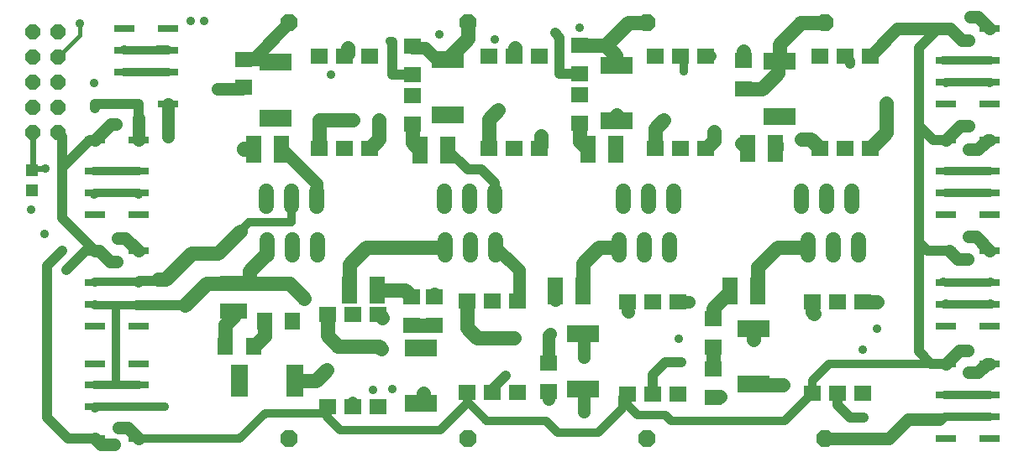
<source format=gtl>
G75*
%MOIN*%
%OFA0B0*%
%FSLAX25Y25*%
%IPPOS*%
%LPD*%
%AMOC8*
5,1,8,0,0,1.08239X$1,22.5*
%
%ADD10R,0.07008X0.05984*%
%ADD11C,0.05937*%
%ADD12R,0.06299X0.10630*%
%ADD13R,0.12598X0.07087*%
%ADD14R,0.10630X0.06299*%
%ADD15R,0.07098X0.06299*%
%ADD16R,0.07087X0.12598*%
%ADD17R,0.06299X0.07098*%
%ADD18OC8,0.06909*%
%ADD19OC8,0.06000*%
%ADD20R,0.04724X0.04724*%
%ADD21R,0.07874X0.03150*%
%ADD22C,0.03569*%
%ADD23C,0.05000*%
%ADD24C,0.03200*%
%ADD25C,0.04000*%
%ADD26C,0.01600*%
%ADD27C,0.05600*%
%ADD28C,0.02400*%
D10*
X0125047Y0029523D03*
X0135047Y0029523D03*
X0145047Y0029523D03*
X0180441Y0035035D03*
X0190441Y0035035D03*
X0200441Y0035035D03*
X0244102Y0034641D03*
X0254102Y0034641D03*
X0264102Y0034641D03*
X0317409Y0034760D03*
X0327409Y0034760D03*
X0337409Y0034760D03*
X0337409Y0071334D03*
X0327409Y0071334D03*
X0317409Y0071334D03*
X0264102Y0071216D03*
X0254102Y0071216D03*
X0244102Y0071216D03*
X0200441Y0071610D03*
X0190441Y0071610D03*
X0180441Y0071610D03*
X0145047Y0066098D03*
X0135047Y0066098D03*
X0125047Y0066098D03*
X0122016Y0132240D03*
X0132016Y0132240D03*
X0142016Y0132240D03*
X0189063Y0132240D03*
X0199063Y0132240D03*
X0209063Y0132240D03*
X0255323Y0132240D03*
X0265323Y0132240D03*
X0275323Y0132240D03*
X0320402Y0132240D03*
X0330402Y0132240D03*
X0340402Y0132240D03*
X0340402Y0168815D03*
X0330402Y0168815D03*
X0320402Y0168815D03*
X0275323Y0168815D03*
X0265323Y0168815D03*
X0255323Y0168815D03*
X0209063Y0168815D03*
X0199063Y0168815D03*
X0189063Y0168815D03*
X0142016Y0168815D03*
X0132016Y0168815D03*
X0122016Y0168815D03*
D11*
X0120756Y0115189D02*
X0120756Y0109252D01*
X0110756Y0109252D02*
X0110756Y0115189D01*
X0100756Y0115189D02*
X0100756Y0109252D01*
X0101150Y0095897D02*
X0101150Y0089960D01*
X0111150Y0089960D02*
X0111150Y0095897D01*
X0121150Y0095897D02*
X0121150Y0089960D01*
X0172016Y0089960D02*
X0172016Y0095897D01*
X0182016Y0095897D02*
X0182016Y0089960D01*
X0192016Y0089960D02*
X0192016Y0095897D01*
X0191622Y0109252D02*
X0191622Y0115189D01*
X0181622Y0115189D02*
X0181622Y0109252D01*
X0171622Y0109252D02*
X0171622Y0115189D01*
X0240913Y0095897D02*
X0240913Y0089960D01*
X0250913Y0089960D02*
X0250913Y0095897D01*
X0260913Y0095897D02*
X0260913Y0089960D01*
X0262488Y0109252D02*
X0262488Y0115189D01*
X0252488Y0115189D02*
X0252488Y0109252D01*
X0242488Y0109252D02*
X0242488Y0115189D01*
X0313354Y0115189D02*
X0313354Y0109252D01*
X0323354Y0109252D02*
X0323354Y0115189D01*
X0333354Y0115189D02*
X0333354Y0109252D01*
X0335717Y0095897D02*
X0335717Y0089960D01*
X0325717Y0089960D02*
X0325717Y0095897D01*
X0315717Y0095897D02*
X0315717Y0089960D01*
D12*
X0295953Y0075449D03*
X0284929Y0075449D03*
X0226622Y0075449D03*
X0215598Y0075449D03*
X0144811Y0075764D03*
X0133787Y0075764D03*
X0106780Y0131748D03*
X0095756Y0131748D03*
X0161937Y0131354D03*
X0172961Y0131354D03*
X0228551Y0131748D03*
X0239575Y0131748D03*
X0291898Y0132141D03*
X0302921Y0132141D03*
D13*
X0304457Y0144701D03*
X0304457Y0166748D03*
X0239890Y0165173D03*
X0239890Y0143126D03*
X0172961Y0145488D03*
X0172961Y0167535D03*
X0104457Y0166354D03*
X0104457Y0144307D03*
X0226504Y0058480D03*
X0226504Y0036433D03*
X0162213Y0030764D03*
X0162213Y0052811D03*
X0294220Y0060449D03*
X0294220Y0038401D03*
D14*
X0087882Y0067378D03*
X0087882Y0078401D03*
D15*
X0158394Y0073134D03*
X0167449Y0073134D03*
X0167449Y0061937D03*
X0158394Y0061937D03*
X0212724Y0046756D03*
X0212724Y0035559D03*
X0278079Y0033197D03*
X0278079Y0044393D03*
X0278079Y0053275D03*
X0278079Y0064472D03*
X0225323Y0142252D03*
X0225323Y0153449D03*
X0225323Y0161937D03*
X0225323Y0173134D03*
X0158787Y0172740D03*
X0158787Y0161543D03*
X0158787Y0153055D03*
X0158787Y0141858D03*
X0091858Y0156425D03*
X0091858Y0167622D03*
X0290087Y0167130D03*
X0290087Y0155933D03*
D16*
X0112331Y0039976D03*
X0090283Y0039976D03*
D17*
X0084685Y0053362D03*
X0095882Y0053362D03*
X0100039Y0063598D03*
X0111236Y0063598D03*
D18*
X0109969Y0016748D03*
X0180835Y0016748D03*
X0251701Y0016748D03*
X0322567Y0016748D03*
X0322567Y0182102D03*
X0251701Y0182102D03*
X0180835Y0182102D03*
X0109969Y0182102D03*
D19*
X0018118Y0178480D03*
X0008118Y0178480D03*
X0008118Y0168480D03*
X0018118Y0168480D03*
X0018118Y0158480D03*
X0008118Y0158480D03*
X0008118Y0148480D03*
X0018118Y0148480D03*
X0018118Y0138480D03*
X0008118Y0138480D03*
D20*
X0008000Y0123638D03*
X0008000Y0115370D03*
D21*
X0032803Y0114386D03*
X0032803Y0123047D03*
X0050126Y0123047D03*
X0050126Y0114386D03*
X0050126Y0105724D03*
X0032803Y0105724D03*
X0032803Y0091551D03*
X0050126Y0091551D03*
X0050126Y0078952D03*
X0050126Y0070291D03*
X0050126Y0061630D03*
X0032803Y0061630D03*
X0032803Y0070291D03*
X0032803Y0078952D03*
X0032803Y0046669D03*
X0032803Y0038008D03*
X0032803Y0029346D03*
X0050126Y0029346D03*
X0050126Y0038008D03*
X0050126Y0046669D03*
X0050126Y0016748D03*
X0032803Y0016748D03*
X0032803Y0135645D03*
X0050126Y0135645D03*
X0044614Y0149819D03*
X0061937Y0149819D03*
X0061937Y0162417D03*
X0044614Y0162417D03*
X0044614Y0171078D03*
X0044614Y0179740D03*
X0061937Y0179740D03*
X0061937Y0171078D03*
X0370598Y0167141D03*
X0387921Y0167141D03*
X0387921Y0158480D03*
X0387921Y0149819D03*
X0370598Y0149819D03*
X0370598Y0158480D03*
X0370598Y0179740D03*
X0387921Y0179740D03*
X0387921Y0135645D03*
X0370598Y0135645D03*
X0370598Y0123047D03*
X0370598Y0114386D03*
X0387921Y0114386D03*
X0387921Y0123047D03*
X0387921Y0105724D03*
X0370598Y0105724D03*
X0370598Y0091551D03*
X0387921Y0091551D03*
X0387921Y0078952D03*
X0387921Y0070291D03*
X0387921Y0061630D03*
X0370598Y0061630D03*
X0370598Y0070291D03*
X0370598Y0078952D03*
X0370598Y0046669D03*
X0387921Y0046669D03*
X0387921Y0034071D03*
X0387921Y0025409D03*
X0387921Y0016748D03*
X0370598Y0016748D03*
X0370598Y0025409D03*
X0370598Y0034071D03*
D22*
X0370205Y0034071D03*
X0370205Y0025409D03*
X0387921Y0025409D03*
X0387921Y0034071D03*
X0379654Y0043126D03*
X0379260Y0051787D03*
X0388512Y0070291D03*
X0388118Y0079149D03*
X0379260Y0088008D03*
X0379654Y0097063D03*
X0387921Y0114386D03*
X0387921Y0123047D03*
X0379654Y0131708D03*
X0370598Y0123047D03*
X0370598Y0114386D03*
X0379654Y0141157D03*
X0388118Y0158382D03*
X0388118Y0167240D03*
X0379654Y0175015D03*
X0380047Y0184464D03*
X0369614Y0167240D03*
X0370402Y0158382D03*
X0346780Y0150015D03*
X0332409Y0165960D03*
X0341858Y0168716D03*
X0306819Y0145094D03*
X0313315Y0135744D03*
X0303276Y0133874D03*
X0289693Y0134267D03*
X0278374Y0138697D03*
X0258689Y0143618D03*
X0239988Y0145586D03*
X0225224Y0153460D03*
X0209161Y0168716D03*
X0199634Y0172161D03*
X0191465Y0175409D03*
X0169417Y0177378D03*
X0149929Y0174819D03*
X0142646Y0168323D03*
X0133197Y0172161D03*
X0126504Y0161630D03*
X0135165Y0143618D03*
X0145500Y0143618D03*
X0158787Y0153460D03*
X0171583Y0145586D03*
X0192744Y0147555D03*
X0209969Y0137220D03*
X0239496Y0131807D03*
X0266661Y0162811D03*
X0277685Y0168716D03*
X0290185Y0170685D03*
X0225323Y0180134D03*
X0215382Y0178067D03*
X0104654Y0144110D03*
X0091858Y0132299D03*
X0061937Y0136827D03*
X0050126Y0144307D03*
X0041071Y0141945D03*
X0032803Y0148244D03*
X0032409Y0158086D03*
X0044614Y0162417D03*
X0061937Y0162417D03*
X0058000Y0171472D03*
X0044614Y0171472D03*
X0026898Y0181708D03*
X0070992Y0182889D03*
X0076110Y0182889D03*
X0081622Y0155724D03*
X0050126Y0123047D03*
X0050126Y0113992D03*
X0032409Y0113992D03*
X0032409Y0123047D03*
X0013118Y0124228D03*
X0008000Y0115173D03*
X0007606Y0107693D03*
X0012724Y0098244D03*
X0019811Y0091551D03*
X0021386Y0083677D03*
X0032803Y0079149D03*
X0032803Y0069799D03*
X0050028Y0069799D03*
X0050028Y0079149D03*
X0041465Y0087220D03*
X0041858Y0096669D03*
X0111051Y0063401D03*
X0115972Y0072653D03*
X0146976Y0064878D03*
X0167646Y0074228D03*
X0201110Y0077279D03*
X0215382Y0072260D03*
X0213413Y0058480D03*
X0199142Y0057004D03*
X0226701Y0049130D03*
X0195697Y0041748D03*
X0212724Y0032496D03*
X0226701Y0027476D03*
X0265579Y0047161D03*
X0264693Y0056512D03*
X0244417Y0067338D03*
X0268531Y0071275D03*
X0294122Y0056019D03*
X0318236Y0066354D03*
X0343039Y0060449D03*
X0337528Y0052181D03*
X0305933Y0038303D03*
X0280835Y0033382D03*
X0337921Y0025015D03*
X0370008Y0070291D03*
X0369614Y0079149D03*
X0343335Y0071275D03*
X0163217Y0034858D03*
X0150913Y0036433D03*
X0143039Y0036039D03*
X0135165Y0031413D03*
X0124831Y0044208D03*
X0146484Y0052575D03*
X0162213Y0052594D03*
X0162232Y0052575D03*
X0090382Y0042043D03*
X0060657Y0029346D03*
X0050028Y0038303D03*
X0032803Y0038303D03*
X0032803Y0028952D03*
X0042252Y0021078D03*
X0040677Y0014386D03*
D23*
X0035165Y0014386D01*
X0032803Y0016748D01*
X0042252Y0021078D02*
X0045795Y0021078D01*
X0050126Y0016748D01*
X0162213Y0052594D02*
X0162213Y0052811D01*
X0162213Y0052594D02*
X0162232Y0052575D01*
X0200441Y0071610D02*
X0201110Y0072279D01*
X0201110Y0077279D01*
X0201110Y0083834D01*
X0192016Y0092929D01*
X0244102Y0071216D02*
X0244102Y0067653D01*
X0244417Y0067338D01*
X0226701Y0058283D02*
X0226701Y0049130D01*
X0226701Y0058283D02*
X0226504Y0058480D01*
X0213413Y0058480D02*
X0212724Y0057791D01*
X0212724Y0046756D01*
X0212724Y0035559D02*
X0212724Y0032496D01*
X0226504Y0036433D02*
X0226701Y0036236D01*
X0226701Y0027476D01*
X0264102Y0071216D02*
X0268098Y0071275D01*
X0268531Y0071275D01*
X0347764Y0016748D02*
X0355638Y0024622D01*
X0367843Y0024622D01*
X0347764Y0016748D02*
X0322567Y0016748D01*
X0370598Y0046669D02*
X0375717Y0051787D01*
X0379260Y0051787D01*
X0386740Y0046669D02*
X0387921Y0046669D01*
X0386740Y0046669D02*
X0383197Y0043126D01*
X0379654Y0043126D01*
X0379260Y0088008D02*
X0375323Y0088008D01*
X0371780Y0091551D01*
X0379654Y0097063D02*
X0382409Y0097063D01*
X0387921Y0091551D01*
X0383197Y0131708D02*
X0379654Y0131708D01*
X0383197Y0131708D02*
X0387134Y0135645D01*
X0387921Y0135645D01*
X0379654Y0141157D02*
X0376110Y0141157D01*
X0370598Y0135645D01*
X0340402Y0168815D02*
X0351327Y0179740D01*
X0370598Y0179740D01*
X0372173Y0179740D01*
X0376898Y0175015D01*
X0379654Y0175015D01*
X0387921Y0179740D02*
X0383197Y0184464D01*
X0380047Y0184464D01*
X0172961Y0167535D02*
X0172222Y0168273D01*
X0170598Y0168273D01*
X0167892Y0168273D01*
X0163906Y0172260D01*
X0158787Y0172260D01*
X0158787Y0172740D01*
X0109969Y0182102D02*
X0095488Y0167622D01*
X0091858Y0167622D01*
X0101220Y0167622D01*
X0104457Y0166354D01*
X0091858Y0156425D02*
X0091157Y0155724D01*
X0081622Y0155724D01*
X0061937Y0149819D02*
X0061937Y0136827D01*
X0050126Y0135645D02*
X0050126Y0144307D01*
X0041071Y0141945D02*
X0039102Y0141945D01*
X0032803Y0135645D01*
X0106780Y0131748D02*
X0107173Y0131748D01*
X0120756Y0118165D01*
X0120756Y0112220D01*
X0050126Y0091551D02*
X0045008Y0096669D01*
X0041858Y0096669D01*
X0034378Y0091551D02*
X0038709Y0087220D01*
X0041465Y0087220D01*
X0034378Y0091551D02*
X0032803Y0091551D01*
D24*
X0032803Y0079149D02*
X0032803Y0078952D01*
X0033000Y0079149D01*
X0050028Y0079149D01*
X0050028Y0079051D01*
X0050126Y0078952D01*
X0050126Y0070291D02*
X0049634Y0069799D01*
X0050028Y0069799D02*
X0041661Y0069799D01*
X0041169Y0069307D01*
X0041169Y0038008D01*
X0050126Y0038008D01*
X0050028Y0038008D01*
X0050028Y0038303D01*
X0041169Y0038008D02*
X0032803Y0038008D01*
X0032803Y0038303D01*
X0032803Y0029346D02*
X0050126Y0029346D01*
X0050028Y0029346D01*
X0050126Y0029346D02*
X0060657Y0029346D01*
X0050126Y0016748D02*
X0090283Y0016748D01*
X0100520Y0026984D01*
X0124929Y0026984D01*
X0124929Y0025409D01*
X0130047Y0020291D01*
X0169811Y0020291D01*
X0180441Y0030921D01*
X0180441Y0035035D01*
X0180441Y0031708D01*
X0188315Y0023834D01*
X0211937Y0023834D01*
X0216661Y0019110D01*
X0232409Y0019110D01*
X0242252Y0028952D01*
X0242252Y0033283D01*
X0243610Y0034641D01*
X0244102Y0034641D01*
X0244102Y0030252D01*
X0248157Y0026197D01*
X0259181Y0026197D01*
X0261543Y0023834D01*
X0306484Y0023834D01*
X0317409Y0034760D01*
X0317409Y0039937D01*
X0324142Y0046669D01*
X0370598Y0046669D01*
X0370598Y0034071D02*
X0370205Y0034071D01*
X0387921Y0034071D01*
X0387921Y0025409D02*
X0370598Y0025409D01*
X0370205Y0025409D01*
X0369417Y0024622D01*
X0367843Y0024622D01*
X0370008Y0070291D02*
X0370402Y0070488D01*
X0370598Y0070291D01*
X0387921Y0070291D01*
X0388118Y0070488D01*
X0388512Y0070291D01*
X0387921Y0078952D02*
X0370598Y0078952D01*
X0369614Y0079149D01*
X0387921Y0078952D02*
X0388118Y0079149D01*
X0387921Y0114386D02*
X0370598Y0114386D01*
X0370598Y0123047D02*
X0387921Y0123047D01*
X0387921Y0158185D02*
X0387921Y0158480D01*
X0388118Y0158480D02*
X0388118Y0158382D01*
X0387921Y0158185D01*
X0388118Y0158480D02*
X0370598Y0158480D01*
X0370598Y0158185D01*
X0370402Y0158382D01*
X0370598Y0167043D02*
X0370598Y0167141D01*
X0387921Y0167141D01*
X0387921Y0167043D01*
X0388118Y0167240D01*
X0370598Y0167043D02*
X0369614Y0167240D01*
X0266661Y0167476D02*
X0266661Y0162811D01*
X0266661Y0167476D02*
X0265323Y0168815D01*
X0150913Y0174622D02*
X0150126Y0174622D01*
X0149929Y0174819D01*
X0061937Y0171078D02*
X0061543Y0171472D01*
X0058000Y0171472D01*
X0061937Y0171078D02*
X0044614Y0171078D01*
X0044614Y0171472D01*
X0044614Y0162417D02*
X0061937Y0162417D01*
X0050126Y0123047D02*
X0032803Y0123047D01*
X0032409Y0123047D01*
X0032803Y0114386D02*
X0050126Y0114386D01*
X0050126Y0113992D01*
X0032803Y0114386D02*
X0032409Y0113992D01*
X0090382Y0099327D02*
X0093827Y0102771D01*
X0110559Y0102771D01*
X0110756Y0102968D01*
X0110756Y0112220D01*
X0041661Y0069799D02*
X0032803Y0069799D01*
X0032803Y0070291D01*
X0032803Y0029346D02*
X0032803Y0028952D01*
X0124929Y0026984D02*
X0126898Y0028952D01*
X0125618Y0028952D01*
X0125047Y0029523D01*
D25*
X0022173Y0016748D02*
X0013906Y0025015D01*
X0013906Y0085645D01*
X0019811Y0091551D01*
X0021386Y0083677D02*
X0029260Y0091551D01*
X0032803Y0091551D01*
X0019811Y0104543D01*
X0019811Y0124622D01*
X0019811Y0136787D01*
X0018118Y0138480D01*
X0030835Y0135645D02*
X0032803Y0135645D01*
X0030835Y0135645D02*
X0019811Y0124622D01*
X0050126Y0144307D02*
X0050126Y0149819D01*
X0044614Y0149819D01*
X0032803Y0149819D01*
X0032803Y0148244D01*
X0142016Y0168815D02*
X0142508Y0168323D01*
X0142646Y0168323D01*
X0150913Y0174622D02*
X0150913Y0161543D01*
X0158787Y0161543D01*
X0209063Y0168815D02*
X0209161Y0168716D01*
X0217350Y0161937D02*
X0217350Y0176098D01*
X0215382Y0178067D01*
X0217350Y0161937D02*
X0225323Y0161937D01*
X0275323Y0168815D02*
X0275421Y0168716D01*
X0277685Y0168716D01*
X0330402Y0168815D02*
X0332409Y0166807D01*
X0332409Y0165960D01*
X0340402Y0168815D02*
X0341760Y0168815D01*
X0341858Y0168716D01*
X0359969Y0172260D02*
X0359969Y0141157D01*
X0359969Y0094701D01*
X0359969Y0051393D01*
X0364693Y0046669D01*
X0370598Y0046669D01*
X0337921Y0025015D02*
X0332508Y0025015D01*
X0327409Y0030114D01*
X0327409Y0034760D01*
X0265579Y0047161D02*
X0259181Y0047161D01*
X0254102Y0042082D01*
X0254102Y0034641D01*
X0195697Y0041748D02*
X0190441Y0036492D01*
X0190441Y0035035D01*
X0135165Y0031413D02*
X0135047Y0031295D01*
X0135047Y0029523D01*
X0068531Y0069799D02*
X0050028Y0069799D01*
X0049634Y0069799D01*
X0050126Y0078952D02*
X0050520Y0079346D01*
X0057114Y0079346D01*
X0057902Y0080134D01*
X0032803Y0091551D02*
X0029654Y0091551D01*
X0032803Y0016748D02*
X0022173Y0016748D01*
X0191622Y0112220D02*
X0191622Y0118657D01*
X0186346Y0123933D01*
X0180776Y0123933D01*
X0172961Y0131354D01*
X0359969Y0141157D02*
X0365480Y0135645D01*
X0370598Y0135645D01*
X0359969Y0172260D02*
X0367449Y0179740D01*
X0370598Y0179740D01*
X0359969Y0094701D02*
X0363118Y0091551D01*
X0370598Y0091551D01*
X0371780Y0091551D01*
D26*
X0026898Y0177260D02*
X0018118Y0168480D01*
X0026898Y0177260D02*
X0026898Y0181708D01*
D27*
X0091858Y0156425D02*
X0091858Y0156413D01*
X0104457Y0144602D02*
X0104457Y0144307D01*
X0104654Y0144110D02*
X0104457Y0144602D01*
X0122016Y0143618D02*
X0122016Y0132240D01*
X0142016Y0132240D02*
X0145500Y0135724D01*
X0145500Y0143618D01*
X0135165Y0143618D02*
X0122016Y0143618D01*
X0095756Y0131748D02*
X0091858Y0131748D01*
X0091858Y0132299D01*
X0090382Y0099327D02*
X0081524Y0090468D01*
X0071189Y0090468D01*
X0060854Y0080134D01*
X0057902Y0080134D01*
X0068531Y0069799D02*
X0077134Y0078401D01*
X0087882Y0078401D01*
X0089890Y0078401D01*
X0092350Y0078401D01*
X0110224Y0078401D01*
X0115972Y0072653D01*
X0125047Y0066098D02*
X0125047Y0057771D01*
X0129260Y0053559D01*
X0145500Y0053559D01*
X0146484Y0052575D01*
X0158394Y0061937D02*
X0167449Y0061937D01*
X0180441Y0060941D02*
X0184378Y0057004D01*
X0199142Y0057004D01*
X0180441Y0060941D02*
X0180441Y0071610D01*
X0167646Y0073330D02*
X0167449Y0073134D01*
X0167646Y0073330D02*
X0167646Y0074228D01*
X0158394Y0073134D02*
X0155764Y0075764D01*
X0144811Y0075764D01*
X0133787Y0075764D02*
X0133787Y0086138D01*
X0140579Y0092929D01*
X0172016Y0092929D01*
X0215382Y0075232D02*
X0215382Y0072260D01*
X0215382Y0075232D02*
X0215598Y0075449D01*
X0226622Y0075449D02*
X0226622Y0086551D01*
X0233000Y0092929D01*
X0240913Y0092929D01*
X0278079Y0068598D02*
X0284929Y0075449D01*
X0295953Y0075449D02*
X0295953Y0085015D01*
X0303866Y0092929D01*
X0315717Y0092929D01*
X0317409Y0071334D02*
X0317409Y0067181D01*
X0318236Y0066354D01*
X0337409Y0071334D02*
X0337469Y0071275D01*
X0343335Y0071275D01*
X0294220Y0060449D02*
X0294220Y0056118D01*
X0294122Y0056019D01*
X0278079Y0053275D02*
X0278079Y0044393D01*
X0294220Y0038401D02*
X0294319Y0038303D01*
X0305933Y0038303D01*
X0280835Y0033382D02*
X0278264Y0033382D01*
X0278079Y0033197D01*
X0278079Y0064472D02*
X0278079Y0068598D01*
X0163217Y0034858D02*
X0163217Y0031767D01*
X0162213Y0030764D01*
X0124831Y0044208D02*
X0120598Y0039976D01*
X0112331Y0039976D01*
X0090382Y0039878D02*
X0090382Y0042043D01*
X0090283Y0039976D02*
X0090382Y0039878D01*
X0095882Y0053362D02*
X0100039Y0057519D01*
X0100039Y0063598D01*
X0111051Y0063401D02*
X0111236Y0063401D01*
X0111236Y0063598D01*
X0087882Y0065330D02*
X0084685Y0062134D01*
X0084685Y0053362D01*
X0087882Y0065330D02*
X0087882Y0067378D01*
X0092350Y0078401D02*
X0094319Y0080370D01*
X0094319Y0083578D01*
X0101150Y0090409D01*
X0101150Y0092929D01*
X0145047Y0066098D02*
X0145756Y0066098D01*
X0146976Y0064878D01*
X0161937Y0131354D02*
X0158787Y0134504D01*
X0158787Y0141858D01*
X0171583Y0145586D02*
X0171681Y0145488D01*
X0172961Y0145488D01*
X0158787Y0153055D02*
X0158787Y0153460D01*
X0170598Y0168273D02*
X0173305Y0168273D01*
X0180835Y0175803D01*
X0180835Y0182102D01*
X0199634Y0172161D02*
X0199634Y0169386D01*
X0199063Y0168815D01*
X0225323Y0173134D02*
X0235571Y0173134D01*
X0244539Y0182102D01*
X0251701Y0182102D01*
X0239496Y0169208D02*
X0235571Y0173134D01*
X0239496Y0169208D02*
X0239496Y0165567D01*
X0239890Y0165173D01*
X0225323Y0153559D02*
X0225323Y0153449D01*
X0225224Y0153460D02*
X0225323Y0153559D01*
X0239890Y0145488D02*
X0239988Y0145586D01*
X0239890Y0145488D02*
X0239890Y0143126D01*
X0225323Y0142252D02*
X0225323Y0134976D01*
X0228551Y0131748D01*
X0239496Y0131728D02*
X0239575Y0131748D01*
X0239496Y0131728D02*
X0239496Y0131807D01*
X0255323Y0132240D02*
X0255323Y0140252D01*
X0258689Y0143618D01*
X0275323Y0132240D02*
X0278374Y0135291D01*
X0278374Y0138697D01*
X0289693Y0134267D02*
X0289772Y0134267D01*
X0291898Y0132141D01*
X0302921Y0132141D02*
X0303079Y0132299D01*
X0303276Y0133874D01*
X0313315Y0135744D02*
X0316898Y0135744D01*
X0320402Y0132240D01*
X0340402Y0132240D02*
X0346780Y0138618D01*
X0346780Y0150015D01*
X0306819Y0145094D02*
X0304850Y0145094D01*
X0304457Y0144701D01*
X0297579Y0155933D02*
X0290087Y0155933D01*
X0297579Y0155933D02*
X0303965Y0162319D01*
X0303965Y0166256D01*
X0304457Y0166748D01*
X0304457Y0173638D01*
X0312921Y0182102D01*
X0322567Y0182102D01*
X0290185Y0170685D02*
X0290185Y0167228D01*
X0290087Y0167130D01*
X0209969Y0137220D02*
X0209969Y0133145D01*
X0209063Y0132240D01*
X0189063Y0132240D02*
X0189063Y0143874D01*
X0192744Y0147555D01*
X0133197Y0169996D02*
X0132016Y0168815D01*
X0133197Y0169996D02*
X0133197Y0172161D01*
D28*
X0013118Y0124228D02*
X0008591Y0124228D01*
X0008000Y0123638D01*
X0008118Y0123756D01*
X0008118Y0138480D01*
X0008000Y0115370D02*
X0008000Y0115173D01*
M02*

</source>
